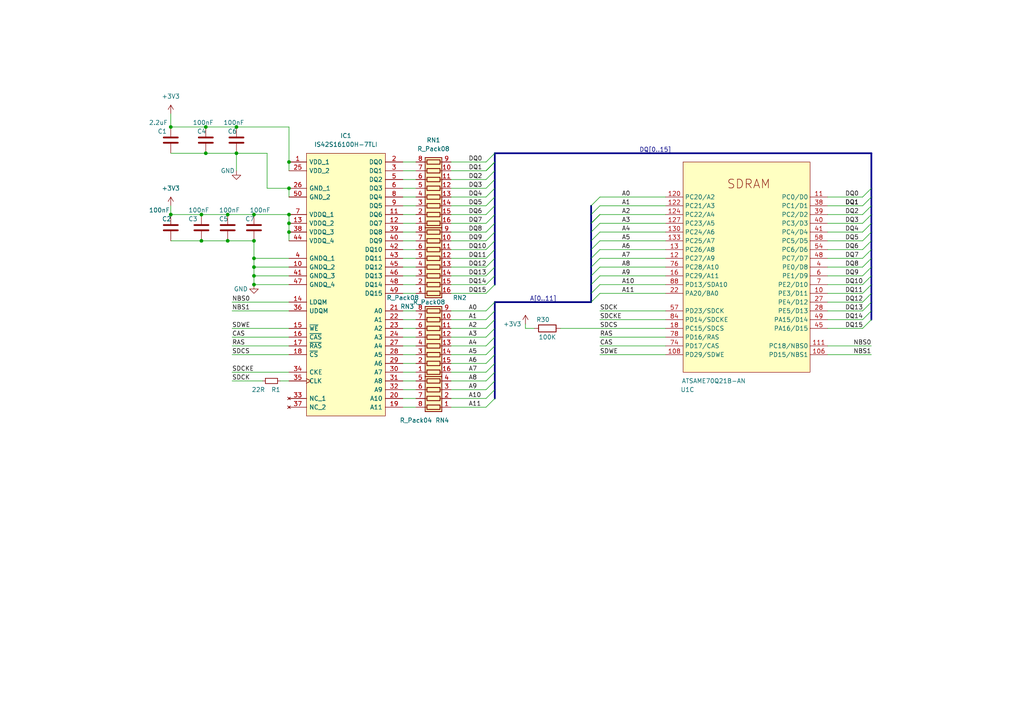
<source format=kicad_sch>
(kicad_sch (version 20211123) (generator eeschema)
  (paper "A4")
  (title_block (title "Flight Controller") (date "2023-01-29") (rev "0.1"))
  (lib_symbols
    (symbol "Device:C" (pin_numbers hide) (pin_names (offset 0.254))
      (property "Reference" "C" (at 0.635 2.54 0))
      (property "Value" "C" (at 0.635 -2.54 0))
      (symbol "C_0_1"
        (polyline (pts (xy -2.032 -0.762) (xy 2.032 -0.762)) (stroke (width 0.508)))
        (polyline (pts (xy -2.032 0.762) (xy 2.032 0.762)) (stroke (width 0.508)))
      )
      (symbol "C_1_1"
        (pin passive line (at 0 3.81 270) (length 2.794) (name "~") (number "1"))
        (pin passive line (at 0 -3.81 90) (length 2.794) (name "~") (number "2"))
      )
    )
    (symbol "Device:R" (pin_numbers hide) (pin_names (offset 0))
      (property "Reference" "R" (at 2.032 0 90))
      (property "Value" "R" (at 0 0 90))
      (symbol "R_0_1"
        (rectangle (start -1.016 -2.54) (end 1.016 2.54) (stroke (width 0.254)))
      )
      (symbol "R_1_1"
        (pin passive line (at 0 3.81 270) (length 1.27) (name "~") (number "1"))
        (pin passive line (at 0 -3.81 90) (length 1.27) (name "~") (number "2"))
      )
    )
    (symbol "Device:R_Pack04" (pin_names (offset 0) hide)
      (property "Reference" "RN" (at -7.62 0 90))
      (property "Value" "R_Pack04" (at 5.08 0 90))
      (symbol "R_Pack04_0_1"
        (rectangle (start -6.35 -2.413) (end 3.81 2.413) (stroke (width 0.254)) (fill (type background)))
        (rectangle (start -5.715 1.905) (end -4.445 -1.905) (stroke (width 0.254)))
        (rectangle (start -3.175 1.905) (end -1.905 -1.905) (stroke (width 0.254)))
        (rectangle (start -0.635 1.905) (end 0.635 -1.905) (stroke (width 0.254)))
        (polyline (pts (xy -5.08 -2.54) (xy -5.08 -1.905)))
        (polyline (pts (xy -5.08 1.905) (xy -5.08 2.54)))
        (polyline (pts (xy -2.54 -2.54) (xy -2.54 -1.905)))
        (polyline (pts (xy -2.54 1.905) (xy -2.54 2.54)))
        (polyline (pts (xy 0 -2.54) (xy 0 -1.905)))
        (polyline (pts (xy 0 1.905) (xy 0 2.54)))
        (polyline (pts (xy 2.54 -2.54) (xy 2.54 -1.905)))
        (polyline (pts (xy 2.54 1.905) (xy 2.54 2.54)))
        (rectangle (start 1.905 1.905) (end 3.175 -1.905) (stroke (width 0.254)))
      )
      (symbol "R_Pack04_1_1"
        (pin passive line (at -5.08 -5.08 90) (length 2.54) (name "R1.1") (number "1"))
        (pin passive line (at -2.54 -5.08 90) (length 2.54) (name "R2.1") (number "2"))
        (pin passive line (at 0 -5.08 90) (length 2.54) (name "R3.1") (number "3"))
        (pin passive line (at 2.54 -5.08 90) (length 2.54) (name "R4.1") (number "4"))
        (pin passive line (at 2.54 5.08 270) (length 2.54) (name "R4.2") (number "5"))
        (pin passive line (at 0 5.08 270) (length 2.54) (name "R3.2") (number "6"))
        (pin passive line (at -2.54 5.08 270) (length 2.54) (name "R2.2") (number "7"))
        (pin passive line (at -5.08 5.08 270) (length 2.54) (name "R1.2") (number "8"))
      )
    )
    (symbol "Device:R_Pack08" (pin_names (offset 0) hide)
      (property "Reference" "RN" (at -12.7 0 90))
      (property "Value" "R_Pack08" (at 10.16 0 90))
      (symbol "R_Pack08_0_1"
        (rectangle (start -11.43 -2.413) (end 8.89 2.413) (stroke (width 0.254)) (fill (type background)))
        (rectangle (start -10.795 1.905) (end -9.525 -1.905) (stroke (width 0.254)))
        (rectangle (start -8.255 1.905) (end -6.985 -1.905) (stroke (width 0.254)))
        (rectangle (start -5.715 1.905) (end -4.445 -1.905) (stroke (width 0.254)))
        (rectangle (start -3.175 1.905) (end -1.905 -1.905) (stroke (width 0.254)))
        (rectangle (start -0.635 1.905) (end 0.635 -1.905) (stroke (width 0.254)))
        (polyline (pts (xy -10.16 -2.54) (xy -10.16 -1.905)))
        (polyline (pts (xy -10.16 1.905) (xy -10.16 2.54)))
        (polyline (pts (xy -7.62 -2.54) (xy -7.62 -1.905)))
        (polyline (pts (xy -7.62 1.905) (xy -7.62 2.54)))
        (polyline (pts (xy -5.08 -2.54) (xy -5.08 -1.905)))
        (polyline (pts (xy -5.08 1.905) (xy -5.08 2.54)))
        (polyline (pts (xy -2.54 -2.54) (xy -2.54 -1.905)))
        (polyline (pts (xy -2.54 1.905) (xy -2.54 2.54)))
        (polyline (pts (xy 0 -2.54) (xy 0 -1.905)))
        (polyline (pts (xy 0 1.905) (xy 0 2.54)))
        (polyline (pts (xy 2.54 -2.54) (xy 2.54 -1.905)))
        (polyline (pts (xy 2.54 1.905) (xy 2.54 2.54)))
        (polyline (pts (xy 5.08 -2.54) (xy 5.08 -1.905)))
        (polyline (pts (xy 5.08 1.905) (xy 5.08 2.54)))
        (polyline (pts (xy 7.62 -2.54) (xy 7.62 -1.905)))
        (polyline (pts (xy 7.62 1.905) (xy 7.62 2.54)))
        (rectangle (start 1.905 1.905) (end 3.175 -1.905) (stroke (width 0.254)))
        (rectangle (start 4.445 1.905) (end 5.715 -1.905) (stroke (width 0.254)))
        (rectangle (start 6.985 1.905) (end 8.255 -1.905) (stroke (width 0.254)))
      )
      (symbol "R_Pack08_1_1"
        (pin passive line (at -10.16 -5.08 90) (length 2.54) (name "R1.1") (number "1"))
        (pin passive line (at 5.08 5.08 270) (length 2.54) (name "R7.2") (number "10"))
        (pin passive line (at 2.54 5.08 270) (length 2.54) (name "R6.2") (number "11"))
        (pin passive line (at 0 5.08 270) (length 2.54) (name "R5.2") (number "12"))
        (pin passive line (at -2.54 5.08 270) (length 2.54) (name "R4.2") (number "13"))
        (pin passive line (at -5.08 5.08 270) (length 2.54) (name "R3.2") (number "14"))
        (pin passive line (at -7.62 5.08 270) (length 2.54) (name "R2.2") (number "15"))
        (pin passive line (at -10.16 5.08 270) (length 2.54) (name "R1.2") (number "16"))
        (pin passive line (at -7.62 -5.08 90) (length 2.54) (name "R2.1") (number "2"))
        (pin passive line (at -5.08 -5.08 90) (length 2.54) (name "R3.1") (number "3"))
        (pin passive line (at -2.54 -5.08 90) (length 2.54) (name "R4.1") (number "4"))
        (pin passive line (at 0 -5.08 90) (length 2.54) (name "R5.1") (number "5"))
        (pin passive line (at 2.54 -5.08 90) (length 2.54) (name "R6.1") (number "6"))
        (pin passive line (at 5.08 -5.08 90) (length 2.54) (name "R7.1") (number "7"))
        (pin passive line (at 7.62 -5.08 90) (length 2.54) (name "R8.1") (number "8"))
        (pin passive line (at 7.62 5.08 270) (length 2.54) (name "R8.2") (number "9"))
      )
    )
    (symbol "Device:R_Small" (pin_numbers hide) (pin_names (offset 0.254) hide)
      (property "Reference" "R" (at 0.762 0.508 0))
      (property "Value" "R_Small" (at 0.762 -1.016 0))
      (symbol "R_Small_0_1"
        (rectangle (start -0.762 1.778) (end 0.762 -1.778) (stroke (width 0.2032)))
      )
      (symbol "R_Small_1_1"
        (pin passive line (at 0 2.54 270) (length 0.762) (name "~") (number "1"))
        (pin passive line (at 0 -2.54 90) (length 0.762) (name "~") (number "2"))
      )
    )
    (symbol "IS42S16100H-7TLI:IS42S16100H-7TLI" (pin_names (offset 0.762))
      (property "Reference" "IC1" (at 0 78.74 0))
      (property "Value" "IS42S16100H-7TLI" (at -2.54 -2.54 0))
      (symbol "IS42S16100H-7TLI_0_0"
        (pin power_in line (at -16.51 73.66 0) (length 5.08) (name "VDD_1") (number "1"))
        (pin power_in line (at -16.51 43.18 0) (length 5.08) (name "GNDQ_2") (number "10"))
        (pin bidirectional line (at 16.51 58.42 180) (length 5.08) (name "DQ6") (number "11"))
        (pin bidirectional line (at 16.51 55.88 180) (length 5.08) (name "DQ7") (number "12"))
        (pin power_in line (at -16.51 55.88 0) (length 5.08) (name "VDDQ_2") (number "13"))
        (pin input line (at -16.51 33.02 0) (length 5.08) (name "LDQM") (number "14"))
        (pin input line (at -16.51 25.4 0) (length 5.08) (name "~{WE}") (number "15"))
        (pin input line (at -16.51 22.86 0) (length 5.08) (name "~{CAS}") (number "16"))
        (pin input line (at -16.51 20.32 0) (length 5.08) (name "~{RAS}") (number "17"))
        (pin input line (at -16.51 17.78 0) (length 5.08) (name "~{CS}") (number "18"))
        (pin input line (at 16.51 2.54 180) (length 5.08) (name "A11") (number "19"))
        (pin bidirectional line (at 16.51 73.66 180) (length 5.08) (name "DQ0") (number "2"))
        (pin input line (at 16.51 5.08 180) (length 5.08) (name "A10") (number "20"))
        (pin input line (at 16.51 30.48 180) (length 5.08) (name "A0") (number "21"))
        (pin input line (at 16.51 27.94 180) (length 5.08) (name "A1") (number "22"))
        (pin input line (at 16.51 25.4 180) (length 5.08) (name "A2") (number "23"))
        (pin input line (at 16.51 22.86 180) (length 5.08) (name "A3") (number "24"))
        (pin power_in line (at -16.51 71.12 0) (length 5.08) (name "VDD_2") (number "25"))
        (pin power_in line (at -16.51 66.04 0) (length 5.08) (name "GND_1") (number "26"))
        (pin input line (at 16.51 20.32 180) (length 5.08) (name "A4") (number "27"))
        (pin input line (at 16.51 17.78 180) (length 5.08) (name "A5") (number "28"))
        (pin input line (at 16.51 15.24 180) (length 5.08) (name "A6") (number "29"))
        (pin bidirectional line (at 16.51 71.12 180) (length 5.08) (name "DQ1") (number "3"))
        (pin input line (at 16.51 12.7 180) (length 5.08) (name "A7") (number "30"))
        (pin input line (at 16.51 10.16 180) (length 5.08) (name "A8") (number "31"))
        (pin input line (at 16.51 7.62 180) (length 5.08) (name "A9") (number "32"))
        (pin no_connect line (at -16.51 5.08 0) (length 5.08) (name "NC_1") (number "33"))
        (pin input line (at -16.51 12.7 0) (length 5.08) (name "CKE") (number "34"))
        (pin input clock (at -16.51 10.16 0) (length 5.08) (name "CLK") (number "35"))
        (pin input line (at -16.51 30.48 0) (length 5.08) (name "UDQM") (number "36"))
        (pin no_connect line (at -16.51 2.54 0) (length 5.08) (name "NC_2") (number "37"))
        (pin power_in line (at -16.51 53.34 0) (length 5.08) (name "VDDQ_3") (number "38"))
        (pin bidirectional line (at 16.51 53.34 180) (length 5.08) (name "DQ8") (number "39"))
        (pin power_in line (at -16.51 45.72 0) (length 5.08) (name "GNDQ_1") (number "4"))
        (pin bidirectional line (at 16.51 50.8 180) (length 5.08) (name "DQ9") (number "40"))
        (pin power_in line (at -16.51 40.64 0) (length 5.08) (name "GNDQ_3") (number "41"))
        (pin bidirectional line (at 16.51 48.26 180) (length 5.08) (name "DQ10") (number "42"))
        (pin bidirectional line (at 16.51 45.72 180) (length 5.08) (name "DQ11") (number "43"))
        (pin power_in line (at -16.51 50.8 0) (length 5.08) (name "VDDQ_4") (number "44"))
        (pin bidirectional line (at 16.51 43.18 180) (length 5.08) (name "DQ12") (number "45"))
        (pin bidirectional line (at 16.51 40.64 180) (length 5.08) (name "DQ13") (number "46"))
        (pin power_in line (at -16.51 38.1 0) (length 5.08) (name "GNDQ_4") (number "47"))
        (pin bidirectional line (at 16.51 38.1 180) (length 5.08) (name "DQ14") (number "48"))
        (pin bidirectional line (at 16.51 35.56 180) (length 5.08) (name "DQ15") (number "49"))
        (pin bidirectional line (at 16.51 68.58 180) (length 5.08) (name "DQ2") (number "5"))
        (pin power_in line (at -16.51 63.5 0) (length 5.08) (name "GND_2") (number "50"))
        (pin bidirectional line (at 16.51 66.04 180) (length 5.08) (name "DQ3") (number "6"))
        (pin power_in line (at -16.51 58.42 0) (length 5.08) (name "VDDQ_1") (number "7"))
        (pin bidirectional line (at 16.51 63.5 180) (length 5.08) (name "DQ4") (number "8"))
        (pin bidirectional line (at 16.51 60.96 180) (length 5.08) (name "DQ5") (number "9"))
      )
      (symbol "IS42S16100H-7TLI_0_1"
        (polyline (pts (xy -11.43 76.2) (xy 11.43 76.2) (xy 11.43 0) (xy -11.43 0) (xy -11.43 76.2)) (stroke (width 0.1524)) (fill (type background)))
      )
    )
    (symbol "atsame70q21b-an:ATSAME70Q21B-AN"
      (property "Reference" "U2" (at -15.24 -5.08 0))
      (property "Value" "ATSAME70Q21B-AN" (at -7.62 -2.54 0))
      (symbol "ATSAME70Q21B-AN_1_1"
        (rectangle (start -16.51 25.4) (end 16.51 0) (fill (type background)))
        (text "WiFi" (at 0 21.59 0) (effects (font (size 2.54 2.54))))
        (pin output line (at 21.59 13.97 180) (length 5.08) (name "PB4") (number "105"))
        (pin input line (at 21.59 8.89 180) (length 5.08) (name "PB1") (number "20"))
        (pin output clock (at 21.59 6.35 180) (length 5.08) (name "PB0/RTCOUT0") (number "21"))
        (pin output line (at 21.59 11.43 180) (length 5.08) (name "PB2") (number "26"))
      )
      (symbol "ATSAME70Q21B-AN_2_1"
        (rectangle (start -17.78 36.83) (end 16.51 0) (fill (type background)))
        (text "ISI" (at 0 33.02 0) (effects (font (size 2.54 2.54))))
        (pin bidirectional line (at 21.59 27.94 180) (length 5.08) (name "PA6/PCK0") (number "114"))
        (pin bidirectional line (at -22.86 22.86 0) (length 5.08) (name "PB3/ISI_D2") (number "31"))
        (pin bidirectional line (at 21.59 8.89 180) (length 5.08) (name "PA21") (number "32"))
        (pin bidirectional line (at 21.59 6.35 180) (length 5.08) (name "PA22") (number "37"))
        (pin bidirectional line (at 21.59 15.24 180) (length 5.08) (name "PD25/ISI_VREF") (number "52"))
        (pin bidirectional line (at 21.59 17.78 180) (length 5.08) (name "PD24/ISI_HSYNC") (number "55"))
        (pin bidirectional line (at 21.59 22.86 180) (length 5.08) (name "PA24/ISI_PCK") (number "56"))
        (pin bidirectional line (at -22.86 27.94 0) (length 5.08) (name "PD22/ISI_D0") (number "60"))
        (pin bidirectional line (at -22.86 25.4 0) (length 5.08) (name "PD21/ISI_D1") (number "63"))
        (pin bidirectional line (at -22.86 10.16 0) (length 5.08) (name "PA27/ISI_D7") (number "70"))
        (pin bidirectional line (at -22.86 17.78 0) (length 5.08) (name "PA5/ISI_D4") (number "73"))
        (pin bidirectional line (at -22.86 20.32 0) (length 5.08) (name "PA9/ISI_D3") (number "75"))
        (pin bidirectional line (at -22.86 12.7 0) (length 5.08) (name "PD12/ISI_D6") (number "92"))
        (pin bidirectional line (at -22.86 15.24 0) (length 5.08) (name "PD11/ISI_D5") (number "98"))
      )
      (symbol "ATSAME70Q21B-AN_3_1"
        (rectangle (start -19.05 60.96) (end 17.78 0) (fill (type background)))
        (text "SDRAM" (at 0 54.61 0) (effects (font (size 2.54 2.54))))
        (pin bidirectional line (at 22.86 22.86 180) (length 5.08) (name "PE3/D11") (number "10"))
        (pin bidirectional line (at 22.86 5.08 180) (length 5.08) (name "PD15/NBS1") (number "106"))
        (pin bidirectional line (at -24.13 5.08 0) (length 5.08) (name "PD29/SDWE") (number "108"))
        (pin bidirectional line (at 22.86 50.8 180) (length 5.08) (name "PC0/D0") (number "11"))
        (pin bidirectional line (at 22.86 7.62 180) (length 5.08) (name "PC18/NBS0") (number "111"))
        (pin bidirectional line (at -24.13 33.02 0) (length 5.08) (name "PC27/A9") (number "12"))
        (pin bidirectional line (at -24.13 50.8 0) (length 5.08) (name "PC20/A2") (number "120"))
        (pin bidirectional line (at -24.13 48.26 0) (length 5.08) (name "PC21/A3") (number "122"))
        (pin bidirectional line (at -24.13 45.72 0) (length 5.08) (name "PC22/A4") (number "124"))
        (pin bidirectional line (at -24.13 43.18 0) (length 5.08) (name "PC23/A5") (number "127"))
        (pin bidirectional line (at -24.13 35.56 0) (length 5.08) (name "PC26/A8") (number "13"))
        (pin bidirectional line (at -24.13 40.64 0) (length 5.08) (name "PC24/A6") (number "130"))
        (pin bidirectional line (at -24.13 38.1 0) (length 5.08) (name "PC25/A7") (number "133"))
        (pin bidirectional line (at -24.13 27.94 0) (length 5.08) (name "PC29/A11") (number "16"))
        (pin bidirectional line (at -24.13 12.7 0) (length 5.08) (name "PC15/SDCS") (number "18"))
        (pin bidirectional line (at -24.13 22.86 0) (length 5.08) (name "PA20/BA0") (number "22"))
        (pin bidirectional line (at 22.86 20.32 180) (length 5.08) (name "PE4/D12") (number "27"))
        (pin bidirectional line (at 22.86 17.78 180) (length 5.08) (name "PE5/D13") (number "28"))
        (pin bidirectional line (at 22.86 48.26 180) (length 5.08) (name "PC1/D1") (number "38"))
        (pin bidirectional line (at 22.86 45.72 180) (length 5.08) (name "PC2/D2") (number "39"))
        (pin bidirectional line (at 22.86 30.48 180) (length 5.08) (name "PE0/D8") (number "4"))
        (pin bidirectional line (at 22.86 43.18 180) (length 5.08) (name "PC3/D3") (number "40"))
        (pin bidirectional line (at 22.86 40.64 180) (length 5.08) (name "PC4/D4") (number "41"))
        (pin bidirectional line (at 22.86 12.7 180) (length 5.08) (name "PA16/D15") (number "45"))
        (pin bidirectional line (at 22.86 33.02 180) (length 5.08) (name "PC7/D7") (number "48"))
        (pin bidirectional line (at 22.86 15.24 180) (length 5.08) (name "PA15/D14") (number "49"))
        (pin bidirectional line (at 22.86 35.56 180) (length 5.08) (name "PC6/D6") (number "54"))
        (pin bidirectional line (at -24.13 17.78 0) (length 5.08) (name "PD23/SDCK") (number "57"))
        (pin bidirectional line (at 22.86 38.1 180) (length 5.08) (name "PC5/D5") (number "58"))
        (pin bidirectional line (at 22.86 27.94 180) (length 5.08) (name "PE1/D9") (number "6"))
        (pin bidirectional line (at 22.86 25.4 180) (length 5.08) (name "PE2/D10") (number "7"))
        (pin bidirectional line (at -24.13 7.62 0) (length 5.08) (name "PD17/CAS") (number "74"))
        (pin bidirectional line (at -24.13 30.48 0) (length 5.08) (name "PC28/A10") (number "76"))
        (pin bidirectional line (at -24.13 10.16 0) (length 5.08) (name "PD16/RAS") (number "78"))
        (pin bidirectional line (at -24.13 15.24 0) (length 5.08) (name "PD14/SDCKE") (number "84"))
        (pin bidirectional line (at -24.13 25.4 0) (length 5.08) (name "PD13/SDA10") (number "88"))
      )
      (symbol "ATSAME70Q21B-AN_4_1"
        (rectangle (start -21.59 39.37) (end 22.86 0) (fill (type background)))
        (text "Serial" (at 0 34.29 0) (effects (font (size 2.54 2.54))))
        (pin input line (at 27.94 8.89 180) (length 5.08) (name "PC12/CANRX") (number "17"))
        (pin output line (at 27.94 3.81 180) (length 5.08) (name "PC13") (number "19"))
        (pin input line (at -26.67 6.35 0) (length 5.08) (name "PD31/URXD3") (number "2"))
        (pin output line (at -26.67 8.89 0) (length 5.08) (name "P30/UTXD3") (number "34"))
        (pin output line (at 27.94 21.59 180) (length 5.08) (name "PA13/SQPI_QIO0") (number "42"))
        (pin output clock (at 27.94 26.67 180) (length 5.08) (name "PA14/QSPI_SCK") (number "51"))
        (pin output line (at 27.94 24.13 180) (length 5.08) (name "PA11/QSPI_QCS") (number "64"))
        (pin input line (at 27.94 29.21 180) (length 5.08) (name "PA12/QSPI_QIO1") (number "68"))
        (pin output clock (at -26.67 26.67 0) (length 5.08) (name "PA4/TWCK0") (number "77"))
        (pin bidirectional line (at -26.67 29.21 0) (length 5.08) (name "PA3/TWD0") (number "91"))
        (pin output line (at 27.94 6.35 180) (length 5.08) (name "PC14/CANTX1") (number "97"))
      )
      (symbol "ATSAME70Q21B-AN_5_1"
        (rectangle (start -19.05 38.1) (end 17.78 0) (fill (type background)))
        (text "Debug" (at 0 31.75 0) (effects (font (size 2.54 2.54))))
        (pin input line (at -24.13 17.78 0) (length 5.08) (name "JTAGSEL") (number "104"))
        (pin bidirectional line (at -24.13 5.08 0) (length 5.08) (name "PB5/TRACESWO") (number "109"))
        (pin output clock (at 22.86 15.24 180) (length 5.08) (name "PD8/TRACEDCLK") (number "113"))
        (pin input line (at 22.86 17.78 180) (length 5.08) (name "PD7/TRACED3") (number "119"))
        (pin input line (at 22.86 20.32 180) (length 5.08) (name "PD6/TRACED2") (number "121"))
        (pin input line (at 22.86 22.86 180) (length 5.08) (name "PD5/TRACED1") (number "125"))
        (pin input line (at 22.86 25.4 180) (length 5.08) (name "PD4/TRACED0") (number "126"))
        (pin bidirectional line (at -24.13 7.62 0) (length 5.08) (name "PB6/SWIO") (number "79"))
        (pin bidirectional line (at -24.13 25.4 0) (length 5.08) (name "NRST") (number "83"))
        (pin input line (at -24.13 22.86 0) (length 5.08) (name "TST") (number "85"))
        (pin input clock (at -24.13 10.16 0) (length 5.08) (name "PB7/SWCLK") (number "89"))
      )
      (symbol "ATSAME70Q21B-AN_6_1"
        (rectangle (start -17.78 48.26) (end 13.97 0) (fill (type background)))
        (text "Power" (at -1.27 43.18 0) (effects (font (size 2.54 2.54))))
        (pin passive line (at 19.05 16.51 180) (length 5.08) hide (name "VDDCORE") (number "107"))
        (pin passive line (at 19.05 3.81 180) (length 5.08) hide (name "GND") (number "115"))
        (pin power_in line (at 19.05 13.97 180) (length 5.08) (name "VDDPLL") (number "123"))
        (pin power_in line (at 19.05 34.29 180) (length 5.08) (name "VDDUTMII") (number "134"))
        (pin passive line (at 19.05 3.81 180) (length 5.08) hide (name "GND") (number "135"))
        (pin passive line (at 19.05 3.81 180) (length 5.08) hide (name "GND") (number "138"))
        (pin power_in line (at 19.05 11.43 180) (length 5.08) (name "VDDUTMIC") (number "139"))
        (pin power_in line (at 19.05 31.75 180) (length 5.08) (name "VDDPLLUSB") (number "143"))
        (pin power_in line (at 19.05 16.51 180) (length 5.08) (name "VDDCORE") (number "29"))
        (pin power_out line (at 19.05 19.05 180) (length 5.08) (name "VDDOUT") (number "3"))
        (pin power_in line (at 19.05 29.21 180) (length 5.08) (name "VDDIO") (number "30"))
        (pin passive line (at 19.05 16.51 180) (length 5.08) hide (name "VDDCORE") (number "33"))
        (pin passive line (at 19.05 29.21 180) (length 5.08) hide (name "VDDIO") (number "43"))
        (pin power_in line (at 19.05 3.81 180) (length 5.08) (name "GND") (number "44"))
        (pin power_in line (at 19.05 24.13 180) (length 5.08) (name "VDDIN") (number "5"))
        (pin passive line (at 19.05 16.51 180) (length 5.08) hide (name "VDDCORE") (number "50"))
        (pin passive line (at 19.05 3.81 180) (length 5.08) hide (name "GND") (number "61"))
        (pin passive line (at 19.05 29.21 180) (length 5.08) hide (name "VDDIO") (number "72"))
        (pin power_in line (at -22.86 3.81 0) (length 5.08) (name "VREFN") (number "8"))
        (pin passive line (at 19.05 29.21 180) (length 5.08) hide (name "VDDIO") (number "80"))
        (pin passive line (at 19.05 16.51 180) (length 5.08) hide (name "VDDCORE") (number "81"))
        (pin power_in line (at -22.86 6.35 0) (length 5.08) (name "VREFP") (number "9"))
        (pin passive line (at 19.05 3.81 180) (length 5.08) hide (name "GND") (number "95"))
        (pin passive line (at 19.05 29.21 180) (length 5.08) hide (name "VDDIO") (number "96"))
      )
      (symbol "ATSAME70Q21B-AN_7_1"
        (rectangle (start -27.94 72.39) (end 26.67 0) (fill (type background)))
        (rectangle (start 31.75 63.5) (end 31.75 63.5))
        (text "GPIO/EXTI" (at -1.27 62.23 0) (effects (font (size 2.54 2.54))))
        (pin bidirectional line (at 31.75 34.29 180) (length 5.08) (name "PD0") (number "1"))
        (pin bidirectional line (at 31.75 49.53 180) (length 5.08) (name "PC16") (number "100"))
        (pin bidirectional line (at 31.75 21.59 180) (length 5.08) (name "PD10") (number "101"))
        (pin bidirectional line (at -33.02 46.99 0) (length 5.08) (name "PA0") (number "102"))
        (pin bidirectional line (at 31.75 46.99 180) (length 5.08) (name "PC17") (number "103"))
        (pin bidirectional line (at 31.75 24.13 180) (length 5.08) (name "PD9") (number "110"))
        (pin bidirectional line (at -33.02 21.59 0) (length 5.08) (name "PA28") (number "112"))
        (pin bidirectional line (at -33.02 16.51 0) (length 5.08) (name "PA30") (number "116"))
        (pin bidirectional line (at 31.75 44.45 180) (length 5.08) (name "PC19") (number "117"))
        (pin bidirectional line (at -33.02 13.97 0) (length 5.08) (name "PA31") (number "118"))
        (pin bidirectional line (at 31.75 26.67 180) (length 5.08) (name "PD3") (number "128"))
        (pin bidirectional line (at -33.02 19.05 0) (length 5.08) (name "PA29") (number "129"))
        (pin bidirectional line (at 31.75 29.21 180) (length 5.08) (name "PD2") (number "131"))
        (pin bidirectional line (at 31.75 31.75 180) (length 5.08) (name "PD1") (number "132"))
        (pin bidirectional line (at 31.75 39.37 180) (length 5.08) (name "PC31") (number "14"))
        (pin bidirectional line (at 31.75 41.91 180) (length 5.08) (name "PC30") (number "15"))
        (pin bidirectional line (at -33.02 31.75 0) (length 5.08) (name "PA19") (number "23"))
        (pin bidirectional line (at -33.02 34.29 0) (length 5.08) (name "PA18") (number "24"))
        (pin bidirectional line (at -33.02 36.83 0) (length 5.08) (name "PA17") (number "25"))
        (pin bidirectional line (at -33.02 29.21 0) (length 5.08) (name "PA23") (number "46"))
        (pin bidirectional line (at 31.75 8.89 180) (length 5.08) (name "PD27") (number "47"))
        (pin bidirectional line (at 31.75 11.43 180) (length 5.08) (name "PD26") (number "53"))
        (pin bidirectional line (at -33.02 26.67 0) (length 5.08) (name "PA25") (number "59"))
        (pin bidirectional line (at -33.02 24.13 0) (length 5.08) (name "PA26") (number "62"))
        (pin bidirectional line (at 31.75 13.97 180) (length 5.08) (name "PD20") (number "65"))
        (pin bidirectional line (at -33.02 39.37 0) (length 5.08) (name "PA10") (number "66"))
        (pin bidirectional line (at 31.75 16.51 180) (length 5.08) (name "PD19") (number "67"))
        (pin bidirectional line (at 31.75 19.05 180) (length 5.08) (name "PD18") (number "69"))
        (pin bidirectional line (at 31.75 6.35 180) (length 5.08) (name "PD28") (number "71"))
        (pin bidirectional line (at 31.75 59.69 180) (length 5.08) (name "PC8") (number "82"))
        (pin bidirectional line (at 31.75 57.15 180) (length 5.08) (name "PC9") (number "86"))
        (pin bidirectional line (at -33.02 8.89 0) (length 5.08) (name "PB12/ERASE") (number "87"))
        (pin bidirectional line (at 31.75 54.61 180) (length 5.08) (name "PC10") (number "90"))
        (pin bidirectional line (at -33.02 41.91 0) (length 5.08) (name "PA2") (number "93"))
        (pin bidirectional line (at 31.75 52.07 180) (length 5.08) (name "PC11") (number "94"))
        (pin bidirectional line (at -33.02 44.45 0) (length 5.08) (name "PA1") (number "99"))
      )
      (symbol "ATSAME70Q21B-AN_8_1"
        (rectangle (start -13.97 25.4) (end 15.24 0) (fill (type background)))
        (text "USB" (at 0 21.59 0) (effects (font (size 2.54 2.54))))
        (pin bidirectional line (at -19.05 8.89 0) (length 5.08) (name "HSDM") (number "136"))
        (pin bidirectional line (at -19.05 11.43 0) (length 5.08) (name "HSDP") (number "137"))
        (pin input line (at -19.05 6.35 0) (length 5.08) (name "VBG") (number "140"))
        (pin bidirectional line (at -19.05 16.51 0) (length 5.08) (name "PB13") (number "144"))
      )
      (symbol "ATSAME70Q21B-AN_9_1"
        (rectangle (start -16.51 17.78) (end 16.51 0) (fill (type background)))
        (text "Crystals" (at 0 13.97 0) (effects (font (size 2.54 2.54))))
        (pin bidirectional line (at 21.59 7.62 180) (length 5.08) (name "PB8/XOUT") (number "141"))
        (pin bidirectional line (at 21.59 5.08 180) (length 5.08) (name "PB9/XIN") (number "142"))
        (pin bidirectional line (at -21.59 7.62 0) (length 5.08) (name "PA7/XIN32") (number "35"))
        (pin bidirectional line (at -21.59 5.08 0) (length 5.08) (name "PA8/XOUT32") (number "36"))
      )
    )
    (symbol "power:+3V3" (power) (pin_names (offset 0))
      (property "Value" "+3V3" (at 0 3.556 0))
      (symbol "+3V3_0_1"
        (polyline (pts (xy -0.762 1.27) (xy 0 2.54)))
        (polyline (pts (xy 0 0) (xy 0 2.54)))
        (polyline (pts (xy 0 2.54) (xy 0.762 1.27)))
      )
      (symbol "+3V3_1_1"
        (pin power_in line (at 0 0 90) (length 0) hide (name "+3V3") (number "1"))
      )
    )
    (symbol "power:GND" (power) (pin_names (offset 0))
      (property "Value" "GND" (at 0 -3.81 0))
      (symbol "GND_0_1"
        (polyline (pts (xy 0 0) (xy 0 -1.27) (xy 1.27 -1.27) (xy 0 -2.54) (xy -1.27 -1.27) (xy 0 -1.27)))
      )
      (symbol "GND_1_1"
        (pin power_in line (at 0 0 270) (length 0) hide (name "GND") (number "1"))
      )
    )
  )
  (junction (at 49.53 62.23))
  (junction (at 73.66 62.23))
  (junction (at 83.82 64.77))
  (junction (at 58.42 69.85))
  (junction (at 66.04 69.85))
  (junction (at 73.66 69.85))
  (junction (at 58.42 62.23))
  (junction (at 83.82 46.99))
  (junction (at 73.66 77.47))
  (junction (at 73.66 82.55))
  (junction (at 83.82 54.61))
  (junction (at 49.53 36.83))
  (junction (at 59.69 36.83))
  (junction (at 73.66 80.01))
  (junction (at 68.58 36.83))
  (junction (at 73.66 74.93))
  (junction (at 83.82 62.23))
  (junction (at 59.69 44.45))
  (junction (at 66.04 62.23))
  (junction (at 68.58 44.45))
  (junction (at 83.82 67.31))
  (bus_entry (at 140.97 95.25) (size 2.54 -2.54))
  (bus_entry (at 250.19 85.09) (size 2.54 -2.54))
  (bus_entry (at 250.19 82.55) (size 2.54 -2.54))
  (bus_entry (at 171.45 85.09) (size 2.54 -2.54))
  (bus_entry (at 250.19 64.77) (size 2.54 -2.54))
  (bus_entry (at 143.51 64.77) (size -2.54 2.54))
  (bus_entry (at 171.45 64.77) (size 2.54 -2.54))
  (bus_entry (at 171.45 74.93) (size 2.54 -2.54))
  (bus_entry (at 252.73 54.61) (size -2.54 2.54))
  (bus_entry (at 143.51 72.39) (size -2.54 2.54))
  (bus_entry (at 143.51 54.61) (size -2.54 2.54))
  (bus_entry (at 140.97 107.95) (size 2.54 -2.54))
  (bus_entry (at 171.45 69.85) (size 2.54 -2.54))
  (bus_entry (at 250.19 59.69) (size 2.54 -2.54))
  (bus_entry (at 140.97 102.87) (size 2.54 -2.54))
  (bus_entry (at 250.19 67.31) (size 2.54 -2.54))
  (bus_entry (at 171.45 82.55) (size 2.54 -2.54))
  (bus_entry (at 143.51 62.23) (size -2.54 2.54))
  (bus_entry (at 250.19 95.25) (size 2.54 -2.54))
  (bus_entry (at 250.19 80.01) (size 2.54 -2.54))
  (bus_entry (at 140.97 113.03) (size 2.54 -2.54))
  (bus_entry (at 250.19 77.47) (size 2.54 -2.54))
  (bus_entry (at 171.45 80.01) (size 2.54 -2.54))
  (bus_entry (at 171.45 72.39) (size 2.54 -2.54))
  (bus_entry (at 171.45 77.47) (size 2.54 -2.54))
  (bus_entry (at 171.45 67.31) (size 2.54 -2.54))
  (bus_entry (at 143.51 69.85) (size -2.54 2.54))
  (bus_entry (at 143.51 52.07) (size -2.54 2.54))
  (bus_entry (at 250.19 69.85) (size 2.54 -2.54))
  (bus_entry (at 143.51 59.69) (size -2.54 2.54))
  (bus_entry (at 140.97 92.71) (size 2.54 -2.54))
  (bus_entry (at 140.97 118.11) (size 2.54 -2.54))
  (bus_entry (at 143.51 77.47) (size -2.54 2.54))
  (bus_entry (at 250.19 72.39) (size 2.54 -2.54))
  (bus_entry (at 140.97 110.49) (size 2.54 -2.54))
  (bus_entry (at 250.19 87.63) (size 2.54 -2.54))
  (bus_entry (at 171.45 59.69) (size 2.54 -2.54))
  (bus_entry (at 171.45 64.77) (size 2.54 -2.54))
  (bus_entry (at 143.51 46.99) (size -2.54 2.54))
  (bus_entry (at 143.51 80.01) (size -2.54 2.54))
  (bus_entry (at 143.51 57.15) (size -2.54 2.54))
  (bus_entry (at 143.51 49.53) (size -2.54 2.54))
  (bus_entry (at 250.19 92.71) (size 2.54 -2.54))
  (bus_entry (at 140.97 105.41) (size 2.54 -2.54))
  (bus_entry (at 143.51 82.55) (size -2.54 2.54))
  (bus_entry (at 143.51 74.93) (size -2.54 2.54))
  (bus_entry (at 140.97 100.33) (size 2.54 -2.54))
  (bus_entry (at 140.97 115.57) (size 2.54 -2.54))
  (bus_entry (at 143.51 44.45) (size -2.54 2.54))
  (bus_entry (at 143.51 67.31) (size -2.54 2.54))
  (bus_entry (at 250.19 74.93) (size 2.54 -2.54))
  (bus_entry (at 143.51 46.99) (size -2.54 2.54))
  (bus_entry (at 250.19 62.23) (size 2.54 -2.54))
  (bus_entry (at 171.45 62.23) (size 2.54 -2.54))
  (bus_entry (at 171.45 87.63) (size 2.54 -2.54))
  (bus_entry (at 140.97 90.17) (size 2.54 -2.54))
  (bus_entry (at 250.19 90.17) (size 2.54 -2.54))
  (bus_entry (at 140.97 97.79) (size 2.54 -2.54))
  (wire (pts (xy 240.03 74.93) (xy 250.19 74.93)))
  (wire (pts (xy 130.81 72.39) (xy 140.97 72.39)))
  (wire (pts (xy 116.84 110.49) (xy 120.65 110.49)))
  (wire (pts (xy 116.84 107.95) (xy 120.65 107.95)))
  (bus (pts (xy 171.45 64.77) (xy 171.45 67.31)) (stroke (width 0.5)))
  (wire (pts (xy 240.03 87.63) (xy 250.19 87.63)))
  (wire (pts (xy 152.4 93.98) (xy 152.4 95.25)))
  (bus (pts (xy 143.51 74.93) (xy 143.51 77.47)) (stroke (width 0.5)))
  (wire (pts (xy 240.03 102.87) (xy 252.73 102.87)))
  (wire (pts (xy 130.81 59.69) (xy 140.97 59.69)))
  (wire (pts (xy 173.99 74.93) (xy 193.04 74.93)))
  (wire (pts (xy 173.99 92.71) (xy 193.04 92.71)))
  (bus (pts (xy 252.73 72.39) (xy 252.73 74.93)) (stroke (width 0.5)))
  (bus (pts (xy 143.51 92.71) (xy 143.51 90.17)) (stroke (width 0.5)))
  (wire (pts (xy 73.66 82.55) (xy 83.82 82.55)))
  (wire (pts (xy 130.81 77.47) (xy 140.97 77.47)))
  (wire (pts (xy 73.66 77.47) (xy 73.66 80.01)))
  (wire (pts (xy 173.99 69.85) (xy 193.04 69.85)))
  (wire (pts (xy 59.69 36.83) (xy 68.58 36.83)))
  (bus (pts (xy 252.73 62.23) (xy 252.73 64.77)) (stroke (width 0.5)))
  (wire (pts (xy 49.53 59.69) (xy 49.53 62.23)))
  (bus (pts (xy 143.51 87.63) (xy 171.45 87.63)) (stroke (width 0.5)))
  (bus (pts (xy 143.51 105.41) (xy 143.51 102.87)) (stroke (width 0.5)))
  (wire (pts (xy 152.4 95.25) (xy 154.94 95.25)))
  (wire (pts (xy 49.53 36.83) (xy 59.69 36.83)))
  (wire (pts (xy 130.81 64.77) (xy 140.97 64.77)))
  (wire (pts (xy 116.84 102.87) (xy 120.65 102.87)))
  (wire (pts (xy 68.58 44.45) (xy 77.47 44.45)))
  (bus (pts (xy 143.51 57.15) (xy 143.51 59.69)) (stroke (width 0.5)))
  (bus (pts (xy 171.45 67.31) (xy 171.45 69.85)) (stroke (width 0.5)))
  (wire (pts (xy 130.81 49.53) (xy 140.97 49.53)))
  (wire (pts (xy 116.84 100.33) (xy 120.65 100.33)))
  (wire (pts (xy 130.81 52.07) (xy 140.97 52.07)))
  (wire (pts (xy 83.82 100.33) (xy 67.31 100.33)))
  (wire (pts (xy 130.81 85.09) (xy 140.97 85.09)))
  (bus (pts (xy 143.51 110.49) (xy 143.51 107.95)) (stroke (width 0.5)))
  (bus (pts (xy 252.73 67.31) (xy 252.73 69.85)) (stroke (width 0.5)))
  (bus (pts (xy 171.45 82.55) (xy 171.45 85.09)) (stroke (width 0.5)))
  (wire (pts (xy 130.81 90.17) (xy 140.97 90.17)))
  (bus (pts (xy 143.51 100.33) (xy 143.51 97.79)) (stroke (width 0.5)))
  (wire (pts (xy 83.82 64.77) (xy 83.82 67.31)))
  (wire (pts (xy 83.82 90.17) (xy 67.31 90.17)))
  (bus (pts (xy 143.51 115.57) (xy 143.51 113.03)) (stroke (width 0.5)))
  (bus (pts (xy 252.73 59.69) (xy 252.73 62.23)) (stroke (width 0.5)))
  (wire (pts (xy 130.81 102.87) (xy 140.97 102.87)))
  (wire (pts (xy 240.03 67.31) (xy 250.19 67.31)))
  (bus (pts (xy 143.51 80.01) (xy 143.51 82.55)) (stroke (width 0.5)))
  (wire (pts (xy 73.66 69.85) (xy 73.66 74.93)))
  (wire (pts (xy 73.66 62.23) (xy 83.82 62.23)))
  (bus (pts (xy 252.73 64.77) (xy 252.73 67.31)) (stroke (width 0.5)))
  (wire (pts (xy 173.99 67.31) (xy 193.04 67.31)))
  (wire (pts (xy 83.82 54.61) (xy 83.82 57.15)))
  (wire (pts (xy 116.84 57.15) (xy 120.65 57.15)))
  (bus (pts (xy 252.73 44.45) (xy 252.73 54.61)) (stroke (width 0.5)))
  (wire (pts (xy 130.81 97.79) (xy 140.97 97.79)))
  (wire (pts (xy 116.84 69.85) (xy 120.65 69.85)))
  (wire (pts (xy 173.99 97.79) (xy 193.04 97.79)))
  (wire (pts (xy 59.69 44.45) (xy 68.58 44.45)))
  (wire (pts (xy 116.84 72.39) (xy 120.65 72.39)))
  (wire (pts (xy 240.03 62.23) (xy 250.19 62.23)))
  (wire (pts (xy 240.03 85.09) (xy 250.19 85.09)))
  (wire (pts (xy 77.47 44.45) (xy 77.47 54.61)))
  (bus (pts (xy 143.51 69.85) (xy 143.51 72.39)) (stroke (width 0.5)))
  (wire (pts (xy 116.84 64.77) (xy 120.65 64.77)))
  (wire (pts (xy 67.31 110.49) (xy 76.2 110.49)))
  (wire (pts (xy 73.66 77.47) (xy 83.82 77.47)))
  (wire (pts (xy 240.03 80.01) (xy 250.19 80.01)))
  (wire (pts (xy 173.99 80.01) (xy 193.04 80.01)))
  (wire (pts (xy 83.82 36.83) (xy 83.82 46.99)))
  (wire (pts (xy 116.84 105.41) (xy 120.65 105.41)))
  (wire (pts (xy 240.03 72.39) (xy 250.19 72.39)))
  (wire (pts (xy 83.82 97.79) (xy 67.31 97.79)))
  (wire (pts (xy 173.99 59.69) (xy 193.04 59.69)))
  (wire (pts (xy 116.84 77.47) (xy 120.65 77.47)))
  (wire (pts (xy 83.82 46.99) (xy 83.82 49.53)))
  (wire (pts (xy 240.03 82.55) (xy 250.19 82.55)))
  (wire (pts (xy 116.84 95.25) (xy 120.65 95.25)))
  (bus (pts (xy 252.73 82.55) (xy 252.73 85.09)) (stroke (width 0.5)))
  (wire (pts (xy 173.99 100.33) (xy 193.04 100.33)))
  (bus (pts (xy 171.45 62.23) (xy 171.45 64.77)) (stroke (width 0.5)))
  (wire (pts (xy 240.03 69.85) (xy 250.19 69.85)))
  (wire (pts (xy 240.03 90.17) (xy 250.19 90.17)))
  (wire (pts (xy 58.42 62.23) (xy 66.04 62.23)))
  (wire (pts (xy 130.81 82.55) (xy 140.97 82.55)))
  (wire (pts (xy 67.31 107.95) (xy 83.82 107.95)))
  (bus (pts (xy 171.45 77.47) (xy 171.45 80.01)) (stroke (width 0.5)))
  (wire (pts (xy 130.81 105.41) (xy 140.97 105.41)))
  (wire (pts (xy 116.84 74.93) (xy 120.65 74.93)))
  (bus (pts (xy 143.51 64.77) (xy 143.51 67.31)) (stroke (width 0.5)))
  (wire (pts (xy 130.81 46.99) (xy 140.97 46.99)))
  (wire (pts (xy 116.84 54.61) (xy 120.65 54.61)))
  (wire (pts (xy 83.82 102.87) (xy 67.31 102.87)))
  (wire (pts (xy 67.31 87.63) (xy 83.82 87.63)))
  (wire (pts (xy 81.28 110.49) (xy 83.82 110.49)))
  (wire (pts (xy 116.84 82.55) (xy 120.65 82.55)))
  (bus (pts (xy 143.51 67.31) (xy 143.51 69.85)) (stroke (width 0.5)))
  (wire (pts (xy 116.84 115.57) (xy 120.65 115.57)))
  (wire (pts (xy 49.53 33.02) (xy 49.53 36.83)))
  (wire (pts (xy 116.84 97.79) (xy 120.65 97.79)))
  (wire (pts (xy 130.81 67.31) (xy 140.97 67.31)))
  (wire (pts (xy 130.81 92.71) (xy 140.97 92.71)))
  (wire (pts (xy 73.66 80.01) (xy 83.82 80.01)))
  (wire (pts (xy 68.58 44.45) (xy 68.58 49.53)))
  (bus (pts (xy 252.73 77.47) (xy 252.73 80.01)) (stroke (width 0.5)))
  (bus (pts (xy 143.51 97.79) (xy 143.51 95.25)) (stroke (width 0.5)))
  (wire (pts (xy 130.81 80.01) (xy 140.97 80.01)))
  (wire (pts (xy 49.53 62.23) (xy 58.42 62.23)))
  (wire (pts (xy 83.82 62.23) (xy 83.82 64.77)))
  (wire (pts (xy 130.81 57.15) (xy 140.97 57.15)))
  (wire (pts (xy 58.42 69.85) (xy 66.04 69.85)))
  (wire (pts (xy 130.81 107.95) (xy 140.97 107.95)))
  (wire (pts (xy 116.84 118.11) (xy 120.65 118.11)))
  (bus (pts (xy 171.45 85.09) (xy 171.45 87.63)) (stroke (width 0.5)))
  (wire (pts (xy 130.81 54.61) (xy 140.97 54.61)))
  (bus (pts (xy 143.51 44.45) (xy 252.73 44.45)) (stroke (width 0.5)))
  (bus (pts (xy 171.45 80.01) (xy 171.45 82.55)) (stroke (width 0.5)))
  (wire (pts (xy 49.53 69.85) (xy 58.42 69.85)))
  (wire (pts (xy 116.84 90.17) (xy 120.65 90.17)))
  (bus (pts (xy 143.51 90.17) (xy 143.51 87.63)) (stroke (width 0.5)))
  (wire (pts (xy 116.84 92.71) (xy 120.65 92.71)))
  (wire (pts (xy 173.99 62.23) (xy 193.04 62.23)))
  (bus (pts (xy 143.51 62.23) (xy 143.51 64.77)) (stroke (width 0.5)))
  (bus (pts (xy 143.51 49.53) (xy 143.51 52.07)) (stroke (width 0.5)))
  (bus (pts (xy 252.73 57.15) (xy 252.73 59.69)) (stroke (width 0.5)))
  (wire (pts (xy 116.84 67.31) (xy 120.65 67.31)))
  (wire (pts (xy 240.03 95.25) (xy 250.19 95.25)))
  (wire (pts (xy 116.84 49.53) (xy 120.65 49.53)))
  (bus (pts (xy 252.73 90.17) (xy 252.73 92.71)) (stroke (width 0.5)))
  (bus (pts (xy 171.45 69.85) (xy 171.45 72.39)) (stroke (width 0.5)))
  (wire (pts (xy 83.82 67.31) (xy 83.82 69.85)))
  (bus (pts (xy 143.51 102.87) (xy 143.51 100.33)) (stroke (width 0.5)))
  (wire (pts (xy 116.84 52.07) (xy 120.65 52.07)))
  (wire (pts (xy 173.99 85.09) (xy 193.04 85.09)))
  (wire (pts (xy 240.03 59.69) (xy 250.19 59.69)))
  (wire (pts (xy 83.82 95.25) (xy 67.31 95.25)))
  (bus (pts (xy 252.73 87.63) (xy 252.73 90.17)) (stroke (width 0.5)))
  (wire (pts (xy 173.99 90.17) (xy 193.04 90.17)))
  (wire (pts (xy 73.66 80.01) (xy 73.66 82.55)))
  (wire (pts (xy 130.81 100.33) (xy 140.97 100.33)))
  (bus (pts (xy 252.73 54.61) (xy 252.73 57.15)) (stroke (width 0.5)))
  (wire (pts (xy 130.81 110.49) (xy 140.97 110.49)))
  (bus (pts (xy 252.73 74.93) (xy 252.73 77.47)) (stroke (width 0.5)))
  (wire (pts (xy 130.81 69.85) (xy 140.97 69.85)))
  (wire (pts (xy 49.53 44.45) (xy 59.69 44.45)))
  (bus (pts (xy 143.51 52.07) (xy 143.51 54.61)) (stroke (width 0.5)))
  (wire (pts (xy 68.58 36.83) (xy 83.82 36.83)))
  (wire (pts (xy 116.84 113.03) (xy 120.65 113.03)))
  (bus (pts (xy 171.45 59.69) (xy 171.45 62.23)) (stroke (width 0.5)))
  (wire (pts (xy 130.81 113.03) (xy 140.97 113.03)))
  (wire (pts (xy 130.81 118.11) (xy 140.97 118.11)))
  (wire (pts (xy 77.47 54.61) (xy 83.82 54.61)))
  (wire (pts (xy 173.99 102.87) (xy 193.04 102.87)))
  (wire (pts (xy 116.84 46.99) (xy 120.65 46.99)))
  (wire (pts (xy 116.84 59.69) (xy 120.65 59.69)))
  (wire (pts (xy 173.99 57.15) (xy 193.04 57.15)))
  (wire (pts (xy 173.99 72.39) (xy 193.04 72.39)))
  (wire (pts (xy 116.84 62.23) (xy 120.65 62.23)))
  (wire (pts (xy 173.99 82.55) (xy 193.04 82.55)))
  (bus (pts (xy 252.73 85.09) (xy 252.73 87.63)) (stroke (width 0.5)))
  (bus (pts (xy 252.73 80.01) (xy 252.73 82.55)) (stroke (width 0.5)))
  (wire (pts (xy 73.66 74.93) (xy 73.66 77.47)))
  (bus (pts (xy 143.51 113.03) (xy 143.51 110.49)) (stroke (width 0.5)))
  (wire (pts (xy 66.04 62.23) (xy 73.66 62.23)))
  (wire (pts (xy 240.03 100.33) (xy 252.73 100.33)))
  (bus (pts (xy 171.45 72.39) (xy 171.45 74.93)) (stroke (width 0.5)))
  (wire (pts (xy 66.04 69.85) (xy 73.66 69.85)))
  (wire (pts (xy 116.84 85.09) (xy 120.65 85.09)))
  (wire (pts (xy 130.81 115.57) (xy 140.97 115.57)))
  (wire (pts (xy 130.81 95.25) (xy 140.97 95.25)))
  (wire (pts (xy 173.99 64.77) (xy 193.04 64.77)))
  (wire (pts (xy 173.99 77.47) (xy 193.04 77.47)))
  (wire (pts (xy 240.03 57.15) (xy 250.19 57.15)))
  (bus (pts (xy 252.73 69.85) (xy 252.73 72.39)) (stroke (width 0.5)))
  (wire (pts (xy 162.56 95.25) (xy 193.04 95.25)))
  (bus (pts (xy 143.51 44.45) (xy 143.51 46.99)) (stroke (width 0.5)))
  (wire (pts (xy 116.84 80.01) (xy 120.65 80.01)))
  (wire (pts (xy 240.03 77.47) (xy 250.19 77.47)))
  (bus (pts (xy 143.51 72.39) (xy 143.51 74.93)) (stroke (width 0.5)))
  (bus (pts (xy 143.51 54.61) (xy 143.51 57.15)) (stroke (width 0.5)))
  (bus (pts (xy 143.51 46.99) (xy 143.51 49.53)) (stroke (width 0.5)))
  (bus (pts (xy 171.45 74.93) (xy 171.45 77.47)) (stroke (width 0.5)))
  (bus (pts (xy 143.51 107.95) (xy 143.51 105.41)) (stroke (width 0.5)))
  (bus (pts (xy 143.51 95.25) (xy 143.51 92.71)) (stroke (width 0.5)))
  (wire (pts (xy 83.82 74.93) (xy 73.66 74.93)))
  (wire (pts (xy 240.03 64.77) (xy 250.19 64.77)))
  (wire (pts (xy 240.03 92.71) (xy 250.19 92.71)))
  (bus (pts (xy 143.51 77.47) (xy 143.51 80.01)) (stroke (width 0.5)))
  (bus (pts (xy 143.51 59.69) (xy 143.51 62.23)) (stroke (width 0.5)))
  (wire (pts (xy 130.81 74.93) (xy 140.97 74.93)))
  (wire (pts (xy 130.81 62.23) (xy 140.97 62.23)))
  (label "DQ14" (at 135.89 82.55 0))
  (label "A11" (at 135.89 118.11 0))
  (label "DQ7" (at 245.11 74.93 0))
  (label "SDWE" (at 67.31 95.25 0))
  (label "SDWE" (at 173.99 102.87 0))
  (label "NBS0" (at 67.31 87.63 0))
  (label "NBS1" (at 252.73 102.87 180))
  (label "A10" (at 135.89 115.57 0))
  (label "SDCK" (at 67.31 110.49 0))
  (label "A3" (at 135.89 97.79 0))
  (label "DQ13" (at 135.89 80.01 0))
  (label "A10" (at 180.34 82.55 0))
  (label "A1" (at 135.89 92.71 0))
  (label "SDCK" (at 173.99 90.17 0))
  (label "DQ4" (at 245.11 67.31 0))
  (label "DQ9" (at 135.89 69.85 0))
  (label "DQ13" (at 245.11 90.17 0))
  (label "DQ10" (at 245.11 82.55 0))
  (label "SDCS" (at 67.31 102.87 0))
  (label "RAS" (at 173.99 97.79 0))
  (label "DQ12" (at 245.11 87.63 0))
  (label "DQ1" (at 135.89 49.53 0))
  (label "DQ2" (at 135.89 52.07 0))
  (label "DQ0" (at 245.11 57.15 0))
  (label "DQ15" (at 245.11 95.25 0))
  (label "DQ[0..15]" (at 185.42 44.45 0))
  (label "A5" (at 180.34 69.85 0))
  (label "DQ7" (at 135.89 64.77 0))
  (label "A5" (at 135.89 102.87 0))
  (label "SDCKE" (at 173.99 92.71 0))
  (label "CAS" (at 173.99 100.33 0))
  (label "DQ10" (at 135.89 72.39 0))
  (label "DQ5" (at 245.11 69.85 0))
  (label "DQ4" (at 135.89 57.15 0))
  (label "A8" (at 180.34 77.47 0))
  (label "A7" (at 180.34 74.93 0))
  (label "DQ15" (at 135.89 85.09 0))
  (label "DQ3" (at 245.11 64.77 0))
  (label "A0" (at 180.34 57.15 0))
  (label "DQ14" (at 245.11 92.71 0))
  (label "DQ11" (at 245.11 85.09 0))
  (label "A6" (at 180.34 72.39 0))
  (label "DQ5" (at 135.89 59.69 0))
  (label "A7" (at 135.89 107.95 0))
  (label "A2" (at 180.34 62.23 0))
  (label "DQ12" (at 135.89 77.47 0))
  (label "A9" (at 180.34 80.01 0))
  (label "DQ3" (at 135.89 54.61 0))
  (label "A2" (at 135.89 95.25 0))
  (label "A6" (at 135.89 105.41 0))
  (label "DQ1" (at 245.11 59.69 0))
  (label "SDCS" (at 173.99 95.25 0))
  (label "A4" (at 180.34 67.31 0))
  (label "DQ6" (at 245.11 72.39 0))
  (label "DQ6" (at 135.89 62.23 0))
  (label "SDCKE" (at 67.31 107.95 0))
  (label "A0" (at 135.89 90.17 0))
  (label "NBS0" (at 252.73 100.33 180))
  (label "DQ0" (at 135.89 46.99 0))
  (label "DQ8" (at 245.11 77.47 0))
  (label "A3" (at 180.34 64.77 0))
  (label "A11" (at 180.34 85.09 0))
  (label "A[0..11]" (at 153.67 87.63 0))
  (label "A1" (at 180.34 59.69 0))
  (label "DQ9" (at 245.11 80.01 0))
  (label "NBS1" (at 67.31 90.17 0))
  (label "DQ2" (at 245.11 62.23 0))
  (label "DQ1" (at 245.11 59.69 0))
  (label "DQ11" (at 135.89 74.93 0))
  (label "A8" (at 135.89 110.49 0))
  (label "CAS" (at 67.31 97.79 0))
  (label "A9" (at 135.89 113.03 0))
  (label "RAS" (at 67.31 100.33 0))
  (label "A4" (at 135.89 100.33 0))
  (label "DQ8" (at 135.89 67.31 0))
  (symbol (lib_id "Device:C") (at 49.53 40.64 0) (unit 1)
    (property "Reference" "C1" (at 45.72 38.1 0) (effects (justify left)))
    (property "Value" "2.2uF" (at 43.18 35.56 0) (effects (justify left)))
    (property "Footprint" "Capacitor_SMD:C_0603_1608Metric_Pad1.08x0.95mm_HandSolder" (effects hide))
  )
  (symbol (lib_id "power:+3V3") (at 49.53 33.02 0) (unit 1)
    (property "Reference" "#PWR06" (effects hide))
    (property "Value" "+3V3" (at 49.53 27.94 0))
  )
  (symbol (lib_id "Device:R_Small") (at 78.74 110.49 90) (unit 1)
    (property "Reference" "R1" (at 80.01 113.03 90))
    (property "Value" "22R" (at 74.93 113.03 90))
    (property "Footprint" "Resistor_SMD:R_0201_0603Metric_Pad0.64x0.40mm_HandSolder" (effects hide))
  )
  (symbol (lib_id "Device:C") (at 68.58 40.64 0) (unit 1)
    (property "Reference" "C6" (at 66.04 38.1 0) (effects (justify left)))
    (property "Value" "100nF" (at 64.77 35.56 0) (effects (justify left)))
    (property "Footprint" "Capacitor_SMD:C_0603_1608Metric_Pad1.08x0.95mm_HandSolder" (effects hide))
  )
  (symbol (lib_id "Device:R_Pack08") (at 125.73 74.93 270) (mirror x) (unit 1)
    (property "Reference" "RN2" (at 133.35 86.36 90))
    (property "Value" "R_Pack08" (at 116.84 86.36 90))
    (property "Footprint" "Resistor_SMD:R_Array_Convex_8x0602" (effects hide))
  )
  (symbol (lib_id "power:+3V3") (at 152.4 93.98 0) (unit 1)
    (property "Reference" "#PWR010" (effects hide))
    (property "Value" "+3V3" (at 148.59 93.98 0))
  )
  (symbol (lib_id "atsame70q21b-an:ATSAME70Q21B-AN") (at 217.17 107.95 0) (unit 3)
    (property "Reference" "U1" (at 199.39 113.03 0))
    (property "Value" "ATSAME70Q21B-AN" (at 207.01 110.49 0))
    (property "Footprint" "Package_QFP:LQFP-144_20x20mm_P0.5mm" (effects hide))
    (property "Datasheet" "http://ww1.microchip.com/downloads/en/DeviceDoc/SAM-E70-S70-V70-V71-Family-Data-Sheet-DS60001527D.pdf" (effects hide))
  )
  (symbol (lib_id "Device:R") (at 158.75 95.25 90) (unit 1)
    (property "Reference" "R30" (at 157.48 92.71 90))
    (property "Value" "100K" (at 158.75 97.79 90))
    (property "Footprint" "Resistor_SMD:R_0201_0603Metric_Pad0.64x0.40mm_HandSolder" (effects hide))
  )
  (symbol (lib_id "Device:R_Pack08") (at 125.73 97.79 270) (mirror x) (unit 1)
    (property "Reference" "RN3" (at 118.11 88.9 90))
    (property "Value" "R_Pack08" (at 124.46 87.63 90))
    (property "Footprint" "Resistor_SMD:R_Array_Convex_8x0602" (effects hide))
  )
  (symbol (lib_id "Device:C") (at 66.04 66.04 0) (unit 1)
    (property "Reference" "C5" (at 63.5 63.5 0) (effects (justify left)))
    (property "Value" "100nF" (at 63.5 60.96 0) (effects (justify left)))
    (property "Footprint" "Capacitor_SMD:C_0603_1608Metric_Pad1.08x0.95mm_HandSolder" (effects hide))
  )
  (symbol (lib_id "power:GND") (at 68.58 49.53 0) (unit 1)
    (property "Reference" "#PWR08" (effects hide))
    (property "Value" "GND" (at 66.04 49.53 0))
  )
  (symbol (lib_id "power:+3V3") (at 49.53 59.69 0) (unit 1)
    (property "Reference" "#PWR07" (effects hide))
    (property "Value" "+3V3" (at 49.53 54.61 0))
  )
  (symbol (lib_id "Device:C") (at 58.42 66.04 0) (unit 1)
    (property "Reference" "C3" (at 54.61 63.5 0) (effects (justify left)))
    (property "Value" "100nF" (at 54.61 60.96 0) (effects (justify left)))
    (property "Footprint" "Capacitor_SMD:C_0603_1608Metric_Pad1.08x0.95mm_HandSolder" (effects hide))
  )
  (symbol (lib_id "Device:C") (at 73.66 66.04 0) (unit 1)
    (property "Reference" "C7" (at 71.12 63.5 0) (effects (justify left)))
    (property "Value" "100nF" (at 72.39 60.96 0) (effects (justify left)))
    (property "Footprint" "Capacitor_SMD:C_0603_1608Metric_Pad1.08x0.95mm_HandSolder" (effects hide))
  )
  (symbol (lib_id "IS42S16100H-7TLI:IS42S16100H-7TLI") (at 100.33 120.65 0) (unit 1)
    (property "Reference" "IC1" (at 100.33 39.37 0))
    (property "Value" "IS42S16100H-7TLI" (at 100.33 41.91 0))
    (property "Footprint" "user-footprints:SOP80P1176X120-50N" (effects hide))
    (property "Description" "DRAM 16M, 3.3V, SDRAM 1Mx16, 143Mhz,RoHS" (effects hide))
    (property "Height" "1.2" (effects hide))
    (property "Mouser Part Number" "870-IS42S16100H-7TLI" (effects hide))
    (property "Mouser Price/Stock" "https://www.mouser.co.uk/ProductDetail/ISSI/IS42S16100H-7TLI?qs=yfIbTn1BQ2AwTPY4idlIQw%3D%3D" (effects hide))
    (property "Manufacturer_Name" "Integrated Silicon Solution Inc." (effects hide))
    (property "Manufacturer_Part_Number" "IS42S16100H-7TLI" (effects hide))
  )
  (symbol (lib_id "power:GND") (at 73.66 82.55 0) (unit 1)
    (property "Reference" "#PWR09" (effects hide))
    (property "Value" "GND" (at 69.85 83.82 0))
  )
  (symbol (lib_id "Device:R_Pack04") (at 125.73 113.03 90) (unit 1)
    (property "Reference" "RN4" (at 128.27 121.92 90))
    (property "Value" "R_Pack04" (at 120.65 121.92 90))
    (property "Footprint" "Resistor_SMD:R_Array_Convex_4x0603" (effects hide))
  )
  (symbol (lib_id "Device:C") (at 49.53 66.04 0) (unit 1)
    (property "Reference" "C2" (at 46.99 63.5 0) (effects (justify left)))
    (property "Value" "100nF" (at 43.18 60.96 0) (effects (justify left)))
    (property "Footprint" "Capacitor_SMD:C_0603_1608Metric_Pad1.08x0.95mm_HandSolder" (effects hide))
  )
  (symbol (lib_id "Device:C") (at 59.69 40.64 0) (unit 1)
    (property "Reference" "C4" (at 57.15 38.1 0) (effects (justify left)))
    (property "Value" "100nF" (at 55.88 35.56 0) (effects (justify left)))
    (property "Footprint" "Capacitor_SMD:C_0603_1608Metric_Pad1.08x0.95mm_HandSolder" (effects hide))
  )
  (symbol (lib_id "Device:R_Pack08") (at 125.73 54.61 270) (mirror x) (unit 1)
    (property "Reference" "RN1" (at 125.73 40.64 90))
    (property "Value" "R_Pack08" (at 125.73 43.18 90))
    (property "Footprint" "Resistor_SMD:R_Array_Convex_8x0602" (effects hide))
  )
)
</source>
